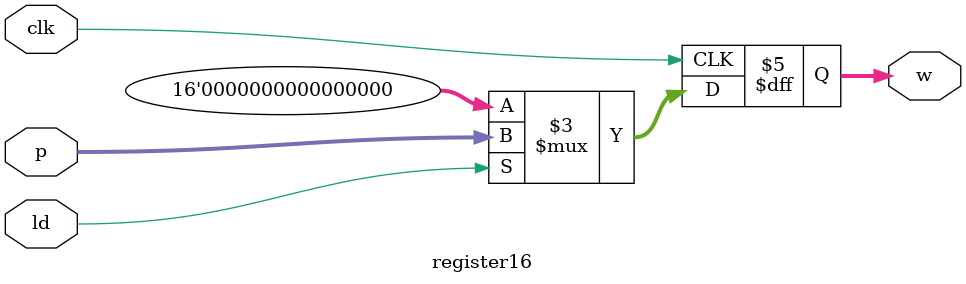
<source format=v>
module register16 (input [15:0]p,input clk,ld,output reg [15:0]w);
  always @(posedge clk)
  begin:my_loop
    if (ld)w<=p;
	 else w<=16'b0000000000000000;
	
  end
endmodule

</source>
